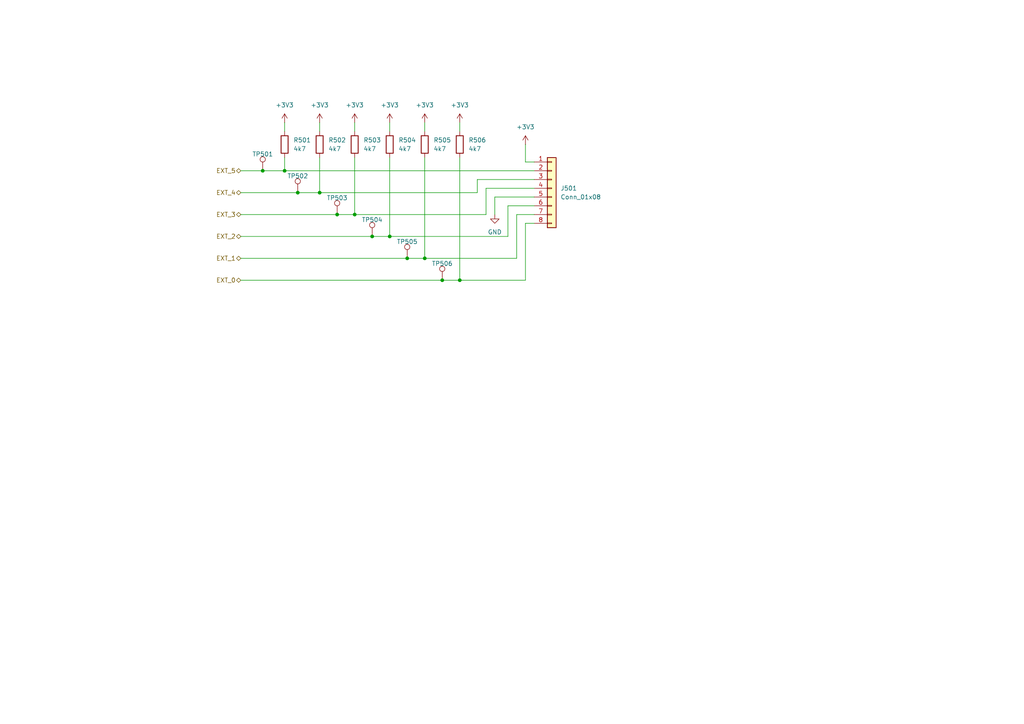
<source format=kicad_sch>
(kicad_sch (version 20231120) (generator "eeschema") (generator_version "8.0")
  (paper "A4")
  (lib_symbols
    (symbol "Connector:TestPoint" (pin_numbers hide) (pin_names (offset 0.762) hide)
      (property "Reference" "TP" (at 0 6.858 0))
      (property "Value" "TestPoint" (at 0 5.08 0))
      (symbol "TestPoint_0_1"
        (circle (center 0 3.302) (radius 0.762))
      )
      (symbol "TestPoint_1_1"
        (pin passive line (at 0 0 90) (length 2.54) (name "1") (number "1"))
      )
    )
    (symbol "Connector_Generic:Conn_01x08" (pin_names (offset 1.016) hide)
      (property "Reference" "J" (at 0 10.16 0))
      (property "Value" "Conn_01x08" (at 0 -12.7 0))
      (symbol "Conn_01x08_1_1"
        (rectangle (start -1.27 -10.033) (end 0 -10.287) (stroke (width 0.1524)))
        (rectangle (start -1.27 -7.493) (end 0 -7.747) (stroke (width 0.1524)))
        (rectangle (start -1.27 -4.953) (end 0 -5.207) (stroke (width 0.1524)))
        (rectangle (start -1.27 -2.413) (end 0 -2.667) (stroke (width 0.1524)))
        (rectangle (start -1.27 0.127) (end 0 -0.127) (stroke (width 0.1524)))
        (rectangle (start -1.27 2.667) (end 0 2.413) (stroke (width 0.1524)))
        (rectangle (start -1.27 5.207) (end 0 4.953) (stroke (width 0.1524)))
        (rectangle (start -1.27 7.747) (end 0 7.493) (stroke (width 0.1524)))
        (rectangle (start -1.27 8.89) (end 1.27 -11.43) (stroke (width 0.254)) (fill (type background)))
        (pin passive line (at -5.08 7.62 0) (length 3.81) (name "Pin_1") (number "1"))
        (pin passive line (at -5.08 5.08 0) (length 3.81) (name "Pin_2") (number "2"))
        (pin passive line (at -5.08 2.54 0) (length 3.81) (name "Pin_3") (number "3"))
        (pin passive line (at -5.08 0 0) (length 3.81) (name "Pin_4") (number "4"))
        (pin passive line (at -5.08 -2.54 0) (length 3.81) (name "Pin_5") (number "5"))
        (pin passive line (at -5.08 -5.08 0) (length 3.81) (name "Pin_6") (number "6"))
        (pin passive line (at -5.08 -7.62 0) (length 3.81) (name "Pin_7") (number "7"))
        (pin passive line (at -5.08 -10.16 0) (length 3.81) (name "Pin_8") (number "8"))
      )
    )
    (symbol "Device:R" (pin_numbers hide) (pin_names (offset 0))
      (property "Reference" "R" (at 2.032 0 90))
      (property "Value" "R" (at 0 0 90))
      (symbol "R_0_1"
        (rectangle (start -1.016 -2.54) (end 1.016 2.54) (stroke (width 0.254)))
      )
      (symbol "R_1_1"
        (pin passive line (at 0 3.81 270) (length 1.27) (name "~") (number "1"))
        (pin passive line (at 0 -3.81 90) (length 1.27) (name "~") (number "2"))
      )
    )
    (symbol "power:+3V3" (power) (pin_numbers hide) (pin_names (offset 0) hide)
      (property "Value" "+3V3" (at 0 3.556 0))
      (symbol "+3V3_0_1"
        (polyline (pts (xy -0.762 1.27) (xy 0 2.54)))
        (polyline (pts (xy 0 0) (xy 0 2.54)))
        (polyline (pts (xy 0 2.54) (xy 0.762 1.27)))
      )
      (symbol "+3V3_1_1"
        (pin power_in line (at 0 0 90) (length 0) (name "~") (number "1"))
      )
    )
    (symbol "power:GND" (power) (pin_numbers hide) (pin_names (offset 0) hide)
      (property "Value" "GND" (at 0 -3.81 0))
      (symbol "GND_0_1"
        (polyline (pts (xy 0 0) (xy 0 -1.27) (xy 1.27 -1.27) (xy 0 -2.54) (xy -1.27 -1.27) (xy 0 -1.27)))
      )
      (symbol "GND_1_1"
        (pin power_in line (at 0 0 270) (length 0) (name "~") (number "1"))
      )
    )
  )
  (junction (at 128.27 81.28))
  (junction (at 82.55 49.53))
  (junction (at 86.36 55.88))
  (junction (at 102.87 62.23))
  (junction (at 92.71 55.88))
  (junction (at 133.35 81.28))
  (junction (at 113.03 68.58))
  (junction (at 97.79 62.23))
  (junction (at 107.95 68.58))
  (junction (at 76.2 49.53))
  (junction (at 123.19 74.93))
  (junction (at 118.11 74.93))
  (wire (pts (xy 118.11 74.93) (xy 123.19 74.93)))
  (wire (pts (xy 92.71 55.88) (xy 138.43 55.88)))
  (wire (pts (xy 102.87 62.23) (xy 102.87 45.72)))
  (wire (pts (xy 152.4 64.77) (xy 154.94 64.77)))
  (wire (pts (xy 123.19 74.93) (xy 149.86 74.93)))
  (wire (pts (xy 143.51 62.23) (xy 143.51 57.15)))
  (wire (pts (xy 92.71 35.56) (xy 92.71 38.1)))
  (wire (pts (xy 138.43 52.07) (xy 138.43 55.88)))
  (wire (pts (xy 76.2 49.53) (xy 82.55 49.53)))
  (wire (pts (xy 123.19 35.56) (xy 123.19 38.1)))
  (wire (pts (xy 102.87 62.23) (xy 140.97 62.23)))
  (wire (pts (xy 113.03 35.56) (xy 113.03 38.1)))
  (wire (pts (xy 147.32 68.58) (xy 147.32 59.69)))
  (wire (pts (xy 69.85 74.93) (xy 118.11 74.93)))
  (wire (pts (xy 123.19 74.93) (xy 123.19 45.72)))
  (wire (pts (xy 128.27 81.28) (xy 133.35 81.28)))
  (wire (pts (xy 102.87 35.56) (xy 102.87 38.1)))
  (wire (pts (xy 113.03 45.72) (xy 113.03 68.58)))
  (wire (pts (xy 138.43 52.07) (xy 154.94 52.07)))
  (wire (pts (xy 133.35 35.56) (xy 133.35 38.1)))
  (wire (pts (xy 82.55 49.53) (xy 154.94 49.53)))
  (wire (pts (xy 152.4 81.28) (xy 152.4 64.77)))
  (wire (pts (xy 149.86 62.23) (xy 149.86 74.93)))
  (wire (pts (xy 133.35 81.28) (xy 152.4 81.28)))
  (wire (pts (xy 92.71 55.88) (xy 92.71 45.72)))
  (wire (pts (xy 69.85 68.58) (xy 107.95 68.58)))
  (wire (pts (xy 69.85 81.28) (xy 128.27 81.28)))
  (wire (pts (xy 143.51 57.15) (xy 154.94 57.15)))
  (wire (pts (xy 154.94 62.23) (xy 149.86 62.23)))
  (wire (pts (xy 140.97 54.61) (xy 154.94 54.61)))
  (wire (pts (xy 113.03 68.58) (xy 147.32 68.58)))
  (wire (pts (xy 152.4 41.91) (xy 152.4 46.99)))
  (wire (pts (xy 140.97 62.23) (xy 140.97 54.61)))
  (wire (pts (xy 82.55 35.56) (xy 82.55 38.1)))
  (wire (pts (xy 82.55 49.53) (xy 82.55 45.72)))
  (wire (pts (xy 69.85 62.23) (xy 97.79 62.23)))
  (wire (pts (xy 107.95 68.58) (xy 113.03 68.58)))
  (wire (pts (xy 69.85 55.88) (xy 86.36 55.88)))
  (wire (pts (xy 69.85 49.53) (xy 76.2 49.53)))
  (wire (pts (xy 133.35 81.28) (xy 133.35 45.72)))
  (wire (pts (xy 97.79 62.23) (xy 102.87 62.23)))
  (wire (pts (xy 154.94 46.99) (xy 152.4 46.99)))
  (wire (pts (xy 86.36 55.88) (xy 92.71 55.88)))
  (wire (pts (xy 147.32 59.69) (xy 154.94 59.69)))
  (hierarchical_label "EXT_0" (shape bidirectional) (at 69.85 81.28 180))
  (hierarchical_label "EXT_2" (shape bidirectional) (at 69.85 68.58 180))
  (hierarchical_label "EXT_4" (shape bidirectional) (at 69.85 55.88 180))
  (hierarchical_label "EXT_1" (shape bidirectional) (at 69.85 74.93 180))
  (hierarchical_label "EXT_5" (shape bidirectional) (at 69.85 49.53 180))
  (hierarchical_label "EXT_3" (shape bidirectional) (at 69.85 62.23 180))
  (symbol (lib_id "Device:R") (at 133.35 41.91 0) (unit 1) (exclude_from_sim yes)
    (property "Reference" "R506" (at 135.89 40.6399 0) (effects (justify left)))
    (property "Value" "4k7" (at 135.89 43.1799 0) (effects (justify left)))
    (property "Footprint" "Resistor_SMD:R_0603_1608Metric" (effects (hide yes)))
    (property "Description" "Resistor" (effects (hide yes)))
    (property "Digikey" "311-4.70KHRCT-ND" (effects (hide yes)))
  )
  (symbol (lib_id "power:+3V3") (at 123.19 35.56 0) (unit 1)
    (property "Reference" "#PWR0505" (effects (hide yes)))
    (property "Value" "+3V3" (at 123.19 30.48 0))
    (property "Description" "Power symbol creates a global label with name \"+3V3\"" (effects (hide yes)))
  )
  (symbol (lib_id "Device:R") (at 123.19 41.91 0) (unit 1) (exclude_from_sim yes)
    (property "Reference" "R505" (at 125.73 40.6399 0) (effects (justify left)))
    (property "Value" "4k7" (at 125.73 43.1799 0) (effects (justify left)))
    (property "Footprint" "Resistor_SMD:R_0603_1608Metric" (effects (hide yes)))
    (property "Description" "Resistor" (effects (hide yes)))
    (property "Digikey" "311-4.70KHRCT-ND" (effects (hide yes)))
  )
  (symbol (lib_id "Device:R") (at 82.55 41.91 0) (unit 1) (exclude_from_sim yes)
    (property "Reference" "R501" (at 85.09 40.6399 0) (effects (justify left)))
    (property "Value" "4k7" (at 85.09 43.1799 0) (effects (justify left)))
    (property "Footprint" "Resistor_SMD:R_0603_1608Metric" (effects (hide yes)))
    (property "Description" "Resistor" (effects (hide yes)))
    (property "Digikey" "311-4.70KHRCT-ND" (effects (hide yes)))
  )
  (symbol (lib_id "power:+3V3") (at 82.55 35.56 0) (unit 1)
    (property "Reference" "#PWR0501" (effects (hide yes)))
    (property "Value" "+3V3" (at 82.55 30.48 0))
    (property "Description" "Power symbol creates a global label with name \"+3V3\"" (effects (hide yes)))
  )
  (symbol (lib_id "Connector:TestPoint") (at 107.95 68.58 0) (unit 1)
    (property "Reference" "TP504" (at 104.902 63.754 0) (effects (justify left)))
    (property "Value" "EXT3" (effects (hide yes)))
    (property "Footprint" "TestPoint:TestPoint_Keystone_5015_Micro-Minature" (effects (hide yes)))
    (property "Description" "test point" (effects (hide yes)))
    (property "Digikey" "36-5015CT-ND" (effects (hide yes)))
  )
  (symbol (lib_id "Connector:TestPoint") (at 86.36 55.88 0) (unit 1)
    (property "Reference" "TP502" (at 83.312 51.054 0) (effects (justify left)))
    (property "Value" "EXT1" (effects (hide yes)))
    (property "Footprint" "TestPoint:TestPoint_Keystone_5015_Micro-Minature" (effects (hide yes)))
    (property "Description" "test point" (effects (hide yes)))
    (property "Digikey" "36-5015CT-ND" (effects (hide yes)))
  )
  (symbol (lib_id "Connector:TestPoint") (at 128.27 81.28 0) (unit 1)
    (property "Reference" "TP506" (at 125.222 76.454 0) (effects (justify left)))
    (property "Value" "EXT5" (effects (hide yes)))
    (property "Footprint" "TestPoint:TestPoint_Keystone_5015_Micro-Minature" (effects (hide yes)))
    (property "Description" "test point" (effects (hide yes)))
    (property "Digikey" "36-5015CT-ND" (effects (hide yes)))
  )
  (symbol (lib_id "Connector:TestPoint") (at 76.2 49.53 0) (unit 1)
    (property "Reference" "TP501" (at 73.152 44.704 0) (effects (justify left)))
    (property "Value" "EXT0" (effects (hide yes)))
    (property "Footprint" "TestPoint:TestPoint_Keystone_5015_Micro-Minature" (effects (hide yes)))
    (property "Description" "test point" (effects (hide yes)))
    (property "Digikey" "36-5015CT-ND" (effects (hide yes)))
  )
  (symbol (lib_id "power:+3V3") (at 102.87 35.56 0) (unit 1)
    (property "Reference" "#PWR0503" (effects (hide yes)))
    (property "Value" "+3V3" (at 102.87 30.48 0))
    (property "Description" "Power symbol creates a global label with name \"+3V3\"" (effects (hide yes)))
  )
  (symbol (lib_id "power:+3V3") (at 113.03 35.56 0) (unit 1)
    (property "Reference" "#PWR0504" (effects (hide yes)))
    (property "Value" "+3V3" (at 113.03 30.48 0))
    (property "Description" "Power symbol creates a global label with name \"+3V3\"" (effects (hide yes)))
  )
  (symbol (lib_id "power:+3V3") (at 92.71 35.56 0) (unit 1)
    (property "Reference" "#PWR0502" (effects (hide yes)))
    (property "Value" "+3V3" (at 92.71 30.48 0))
    (property "Description" "Power symbol creates a global label with name \"+3V3\"" (effects (hide yes)))
  )
  (symbol (lib_id "power:+3V3") (at 152.4 41.91 0) (unit 1)
    (property "Reference" "#PWR0507" (effects (hide yes)))
    (property "Value" "+3V3" (at 152.4 36.83 0))
    (property "Description" "Power symbol creates a global label with name \"+3V3\"" (effects (hide yes)))
  )
  (symbol (lib_id "Connector:TestPoint") (at 97.79 62.23 0) (unit 1)
    (property "Reference" "TP503" (at 94.742 57.404 0) (effects (justify left)))
    (property "Value" "EXT2" (effects (hide yes)))
    (property "Footprint" "TestPoint:TestPoint_Keystone_5015_Micro-Minature" (effects (hide yes)))
    (property "Description" "test point" (effects (hide yes)))
    (property "Digikey" "36-5015CT-ND" (effects (hide yes)))
  )
  (symbol (lib_id "Connector_Generic:Conn_01x08") (at 160.02 54.61 0) (unit 1)
    (property "Reference" "J501" (at 162.56 54.6099 0) (effects (justify left)))
    (property "Value" "Conn_01x08" (at 162.56 57.1499 0) (effects (justify left)))
    (property "Footprint" "Connector_Molex:Molex_Nano-Fit_105310-xx08_2x04_P2.50mm_Vertical" (effects (hide yes)))
    (property "Description" "Generic connector, single row, 01x08, script generated (kicad-library-utils/schlib/autogen/connector/)" (effects (hide yes)))
    (property "Digikey" "WM16881-ND;WM16864CT-ND;WM14964-ND;WM15189-ND" (effects (hide yes)))
  )
  (symbol (lib_id "Device:R") (at 92.71 41.91 0) (unit 1) (exclude_from_sim yes)
    (property "Reference" "R502" (at 95.25 40.6399 0) (effects (justify left)))
    (property "Value" "4k7" (at 95.25 43.1799 0) (effects (justify left)))
    (property "Footprint" "Resistor_SMD:R_0603_1608Metric" (effects (hide yes)))
    (property "Description" "Resistor" (effects (hide yes)))
    (property "Digikey" "311-4.70KHRCT-ND" (effects (hide yes)))
  )
  (symbol (lib_id "Device:R") (at 113.03 41.91 0) (unit 1) (exclude_from_sim yes)
    (property "Reference" "R504" (at 115.57 40.6399 0) (effects (justify left)))
    (property "Value" "4k7" (at 115.57 43.1799 0) (effects (justify left)))
    (property "Footprint" "Resistor_SMD:R_0603_1608Metric" (effects (hide yes)))
    (property "Description" "Resistor" (effects (hide yes)))
    (property "Digikey" "311-4.70KHRCT-ND" (effects (hide yes)))
  )
  (symbol (lib_id "Device:R") (at 102.87 41.91 0) (unit 1) (exclude_from_sim yes)
    (property "Reference" "R503" (at 105.41 40.6399 0) (effects (justify left)))
    (property "Value" "4k7" (at 105.41 43.1799 0) (effects (justify left)))
    (property "Footprint" "Resistor_SMD:R_0603_1608Metric" (effects (hide yes)))
    (property "Description" "Resistor" (effects (hide yes)))
    (property "Digikey" "311-4.70KHRCT-ND" (effects (hide yes)))
  )
  (symbol (lib_id "power:+3V3") (at 133.35 35.56 0) (unit 1)
    (property "Reference" "#PWR0506" (effects (hide yes)))
    (property "Value" "+3V3" (at 133.35 30.48 0))
    (property "Description" "Power symbol creates a global label with name \"+3V3\"" (effects (hide yes)))
  )
  (symbol (lib_id "Connector:TestPoint") (at 118.11 74.93 0) (unit 1)
    (property "Reference" "TP505" (at 115.062 70.104 0) (effects (justify left)))
    (property "Value" "EXT4" (effects (hide yes)))
    (property "Footprint" "TestPoint:TestPoint_Keystone_5015_Micro-Minature" (effects (hide yes)))
    (property "Description" "test point" (effects (hide yes)))
    (property "Digikey" "36-5015CT-ND" (effects (hide yes)))
  )
  (symbol (lib_id "power:GND") (at 143.51 62.23 0) (unit 1)
    (property "Reference" "#PWR0508" (effects (hide yes)))
    (property "Value" "GND" (at 143.51 67.31 0))
    (property "Description" "Power symbol creates a global label with name \"GND\" , ground" (effects (hide yes)))
  )
)
</source>
